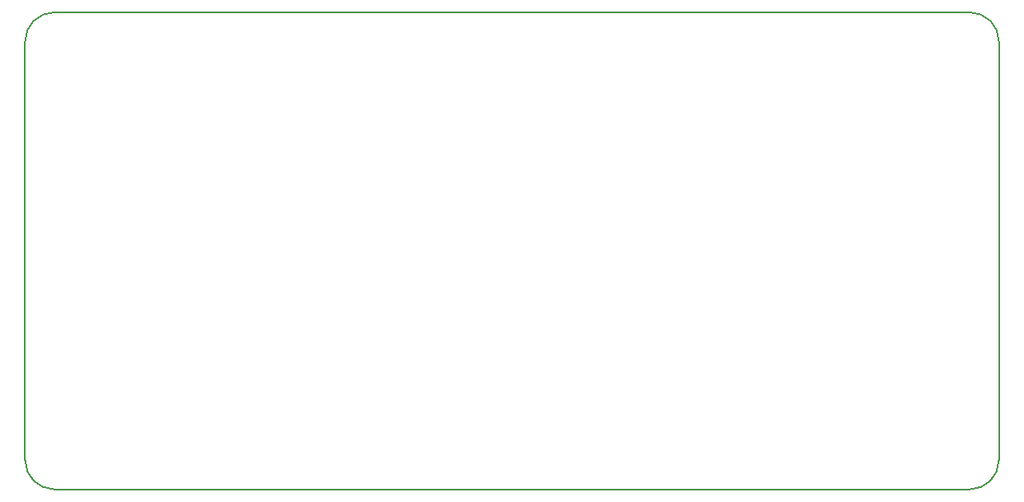
<source format=gm1>
G04 #@! TF.GenerationSoftware,KiCad,Pcbnew,5.0.0*
G04 #@! TF.CreationDate,2018-08-01T03:37:20+02:00*
G04 #@! TF.ProjectId,mokki-dev-board,6D6F6B6B692D6465762D626F6172642E,rev?*
G04 #@! TF.SameCoordinates,Original*
G04 #@! TF.FileFunction,Profile,NP*
%FSLAX46Y46*%
G04 Gerber Fmt 4.6, Leading zero omitted, Abs format (unit mm)*
G04 Created by KiCad (PCBNEW 5.0.0) date Wed Aug  1 03:37:20 2018*
%MOMM*%
%LPD*%
G01*
G04 APERTURE LIST*
%ADD10C,0.150000*%
G04 APERTURE END LIST*
D10*
X195500000Y-80500000D02*
G75*
G02X198500000Y-83500000I0J-3000000D01*
G01*
X198500000Y-126500000D02*
G75*
G02X195500000Y-129500000I-3000000J0D01*
G01*
X101500000Y-129500000D02*
G75*
G02X98500000Y-126500000I0J3000000D01*
G01*
X98500000Y-83500000D02*
G75*
G02X101500000Y-80500000I3000000J0D01*
G01*
X98500000Y-126500000D02*
X98500000Y-83500000D01*
X195500000Y-129500000D02*
X101500000Y-129500000D01*
X198500000Y-83500000D02*
X198500000Y-126500000D01*
X101500000Y-80500000D02*
X195500000Y-80500000D01*
M02*

</source>
